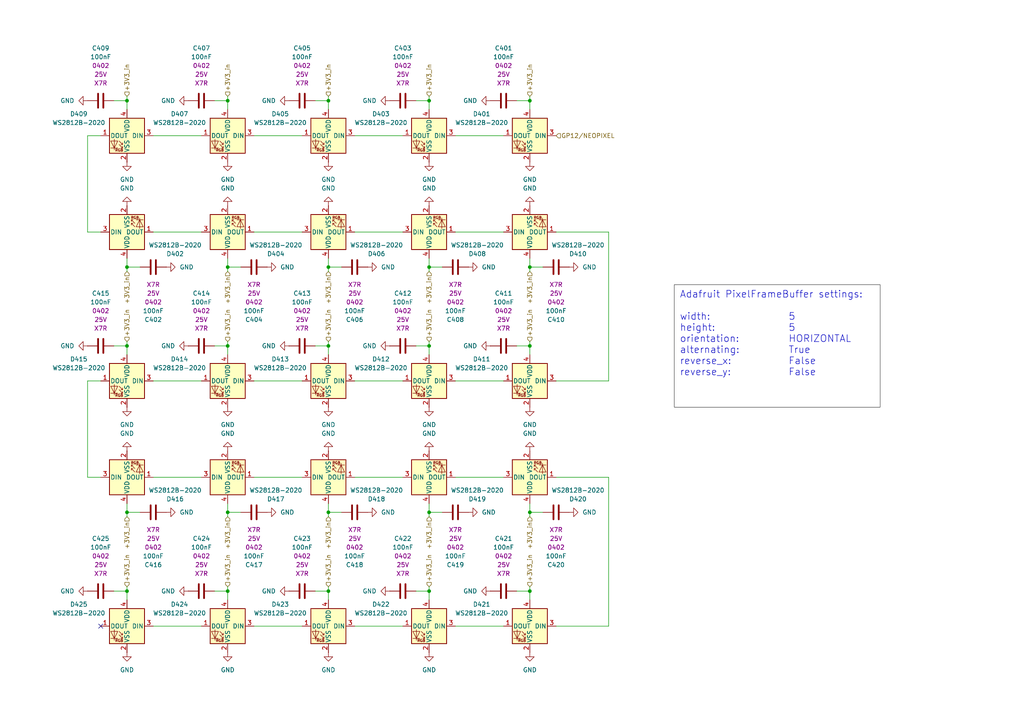
<source format=kicad_sch>
(kicad_sch (version 20231120) (generator "eeschema") (generator_version "8.0")
  (paper "A4")
  (lib_symbols
    (symbol "kidslab:C-100nF-0402-25V" (pin_numbers hide) (pin_names (offset 0.254))
      (property "Reference" "C?" (at 3.175 2.54 0))
      (property "Value" "100nF" (at 3.175 -1.27 0))
      (property "Footprint v" "0402" (at 5.715 -3.175 0))
      (property "Voltage Rating" "25V" (at 5.08 0.635 0))
      (property "Temperature Profile" "X7R" (at 9.525 0.635 0))
      (symbol "C-100nF-0402-25V_0_1"
        (polyline (pts (xy -2.032 -0.762) (xy 2.032 -0.762)) (stroke (width 0.508)))
        (polyline (pts (xy -2.032 0.762) (xy 2.032 0.762)) (stroke (width 0.508)))
      )
      (symbol "C-100nF-0402-25V_1_1"
        (pin passive line (at 0 3.81 270) (length 2.794) (name "~") (number "1"))
        (pin passive line (at 0 -3.81 90) (length 2.794) (name "~") (number "2"))
      )
    )
    (symbol "kidslab:WS2812B-2020" (pin_names (offset 0.254))
      (property "Reference" "D" (at 5.08 5.715 0))
      (property "Value" "WS2812B-2020" (at 1.27 -5.715 0))
      (symbol "WS2812B-2020_0_0"
        (text "RGB" (at 2.286 -4.191 0) (effects (font (size 0.762 0.762))))
      )
      (symbol "WS2812B-2020_0_1"
        (polyline (pts (xy 1.27 -3.556) (xy 1.778 -3.556)))
        (polyline (pts (xy 1.27 -2.54) (xy 1.778 -2.54)))
        (polyline (pts (xy 4.699 -3.556) (xy 2.667 -3.556)))
        (polyline (pts (xy 2.286 -2.54) (xy 1.27 -3.556) (xy 1.27 -3.048)))
        (polyline (pts (xy 2.286 -1.524) (xy 1.27 -2.54) (xy 1.27 -2.032)))
        (polyline (pts (xy 3.683 -1.016) (xy 3.683 -3.556) (xy 3.683 -4.064)))
        (polyline (pts (xy 4.699 -1.524) (xy 2.667 -1.524) (xy 3.683 -3.556) (xy 4.699 -1.524)))
        (rectangle (start 5.08 5.08) (end -5.08 -5.08) (stroke (width 0.254)) (fill (type background)))
      )
      (symbol "WS2812B-2020_1_1"
        (pin output line (at 7.62 0 180) (length 2.54) (name "DOUT") (number "1"))
        (pin power_in line (at 0 -7.62 90) (length 2.54) (name "VSS") (number "2"))
        (pin input line (at -7.62 0 0) (length 2.54) (name "DIN") (number "3"))
        (pin power_in line (at 0 7.62 270) (length 2.54) (name "VDD") (number "4"))
      )
    )
    (symbol "power:GND" (power) (pin_numbers hide) (pin_names (offset 0) hide)
      (property "Value" "GND" (at 0 -3.81 0))
      (symbol "GND_0_1"
        (polyline (pts (xy 0 0) (xy 0 -1.27) (xy 1.27 -1.27) (xy 0 -2.54) (xy -1.27 -1.27) (xy 0 -1.27)))
      )
      (symbol "GND_1_1"
        (pin power_in line (at 0 0 270) (length 0) (name "~") (number "1"))
      )
    )
  )
  (junction (at 66.04 29.21))
  (junction (at 153.67 100.33))
  (junction (at 66.04 171.45))
  (junction (at 95.25 148.59))
  (junction (at 124.46 100.33))
  (junction (at 153.67 29.21))
  (junction (at 66.04 100.33))
  (junction (at 124.46 148.59))
  (junction (at 153.67 77.47))
  (junction (at 36.83 148.59))
  (junction (at 124.46 171.45))
  (junction (at 36.83 100.33))
  (junction (at 66.04 77.47))
  (junction (at 95.25 77.47))
  (junction (at 124.46 77.47))
  (junction (at 95.25 171.45))
  (junction (at 95.25 29.21))
  (junction (at 36.83 29.21))
  (junction (at 153.67 171.45))
  (junction (at 95.25 100.33))
  (junction (at 124.46 29.21))
  (junction (at 153.67 148.59))
  (junction (at 66.04 148.59))
  (junction (at 36.83 171.45))
  (junction (at 36.83 77.47))
  (no_connect (at 29.21 181.61))
  (wire (pts (xy 36.83 100.33) (xy 36.83 102.87)))
  (wire (pts (xy 36.83 29.21) (xy 33.02 29.21)))
  (wire (pts (xy 66.04 77.47) (xy 69.85 77.47)))
  (wire (pts (xy 25.4 110.49) (xy 25.4 138.43)))
  (wire (pts (xy 153.67 27.94) (xy 153.67 29.21)))
  (wire (pts (xy 36.83 77.47) (xy 36.83 74.93)))
  (wire (pts (xy 116.84 110.49) (xy 102.87 110.49)))
  (wire (pts (xy 95.25 170.18) (xy 95.25 171.45)))
  (wire (pts (xy 95.25 77.47) (xy 95.25 74.93)))
  (wire (pts (xy 153.67 99.06) (xy 153.67 100.33)))
  (wire (pts (xy 153.67 77.47) (xy 153.67 74.93)))
  (wire (pts (xy 116.84 181.61) (xy 102.87 181.61)))
  (wire (pts (xy 66.04 99.06) (xy 66.04 100.33)))
  (wire (pts (xy 124.46 170.18) (xy 124.46 171.45)))
  (wire (pts (xy 36.83 148.59) (xy 40.64 148.59)))
  (wire (pts (xy 58.42 110.49) (xy 44.45 110.49)))
  (wire (pts (xy 124.46 99.06) (xy 124.46 100.33)))
  (wire (pts (xy 25.4 67.31) (xy 29.21 67.31)))
  (wire (pts (xy 153.67 148.59) (xy 153.67 146.05)))
  (wire (pts (xy 153.67 171.45) (xy 149.86 171.45)))
  (wire (pts (xy 36.83 148.59) (xy 36.83 146.05)))
  (wire (pts (xy 36.83 171.45) (xy 33.02 171.45)))
  (wire (pts (xy 95.25 148.59) (xy 95.25 146.05)))
  (wire (pts (xy 29.21 39.37) (xy 25.4 39.37)))
  (wire (pts (xy 66.04 78.74) (xy 66.04 77.47)))
  (wire (pts (xy 36.83 27.94) (xy 36.83 29.21)))
  (wire (pts (xy 124.46 78.74) (xy 124.46 77.47)))
  (wire (pts (xy 124.46 148.59) (xy 128.27 148.59)))
  (wire (pts (xy 124.46 171.45) (xy 120.65 171.45)))
  (wire (pts (xy 95.25 171.45) (xy 95.25 173.99)))
  (wire (pts (xy 124.46 149.86) (xy 124.46 148.59)))
  (wire (pts (xy 36.83 170.18) (xy 36.83 171.45)))
  (wire (pts (xy 66.04 29.21) (xy 66.04 31.75)))
  (wire (pts (xy 29.21 110.49) (xy 25.4 110.49)))
  (wire (pts (xy 95.25 100.33) (xy 95.25 102.87)))
  (wire (pts (xy 146.05 110.49) (xy 132.08 110.49)))
  (wire (pts (xy 66.04 27.94) (xy 66.04 29.21)))
  (wire (pts (xy 66.04 171.45) (xy 66.04 173.99)))
  (wire (pts (xy 146.05 181.61) (xy 132.08 181.61)))
  (wire (pts (xy 36.83 171.45) (xy 36.83 173.99)))
  (wire (pts (xy 44.45 67.31) (xy 58.42 67.31)))
  (wire (pts (xy 95.25 148.59) (xy 99.06 148.59)))
  (wire (pts (xy 25.4 138.43) (xy 29.21 138.43)))
  (wire (pts (xy 116.84 39.37) (xy 102.87 39.37)))
  (wire (pts (xy 44.45 138.43) (xy 58.42 138.43)))
  (wire (pts (xy 95.25 29.21) (xy 95.25 31.75)))
  (wire (pts (xy 132.08 138.43) (xy 146.05 138.43)))
  (wire (pts (xy 176.53 110.49) (xy 161.29 110.49)))
  (wire (pts (xy 153.67 149.86) (xy 153.67 148.59)))
  (wire (pts (xy 161.29 67.31) (xy 176.53 67.31)))
  (wire (pts (xy 66.04 148.59) (xy 66.04 146.05)))
  (wire (pts (xy 153.67 100.33) (xy 149.86 100.33)))
  (wire (pts (xy 124.46 171.45) (xy 124.46 173.99)))
  (wire (pts (xy 73.66 67.31) (xy 87.63 67.31)))
  (wire (pts (xy 73.66 138.43) (xy 87.63 138.43)))
  (wire (pts (xy 36.83 78.74) (xy 36.83 77.47)))
  (wire (pts (xy 153.67 100.33) (xy 153.67 102.87)))
  (wire (pts (xy 132.08 67.31) (xy 146.05 67.31)))
  (wire (pts (xy 66.04 100.33) (xy 66.04 102.87)))
  (wire (pts (xy 161.29 138.43) (xy 176.53 138.43)))
  (wire (pts (xy 66.04 149.86) (xy 66.04 148.59)))
  (wire (pts (xy 124.46 27.94) (xy 124.46 29.21)))
  (wire (pts (xy 176.53 181.61) (xy 161.29 181.61)))
  (wire (pts (xy 66.04 171.45) (xy 62.23 171.45)))
  (wire (pts (xy 102.87 67.31) (xy 116.84 67.31)))
  (wire (pts (xy 95.25 171.45) (xy 91.44 171.45)))
  (wire (pts (xy 124.46 148.59) (xy 124.46 146.05)))
  (wire (pts (xy 66.04 148.59) (xy 69.85 148.59)))
  (wire (pts (xy 36.83 100.33) (xy 33.02 100.33)))
  (wire (pts (xy 95.25 99.06) (xy 95.25 100.33)))
  (wire (pts (xy 66.04 29.21) (xy 62.23 29.21)))
  (wire (pts (xy 66.04 170.18) (xy 66.04 171.45)))
  (wire (pts (xy 153.67 77.47) (xy 157.48 77.47)))
  (wire (pts (xy 102.87 138.43) (xy 116.84 138.43)))
  (wire (pts (xy 176.53 138.43) (xy 176.53 181.61)))
  (wire (pts (xy 153.67 78.74) (xy 153.67 77.47)))
  (wire (pts (xy 25.4 39.37) (xy 25.4 67.31)))
  (wire (pts (xy 124.46 100.33) (xy 124.46 102.87)))
  (wire (pts (xy 36.83 29.21) (xy 36.83 31.75)))
  (wire (pts (xy 124.46 77.47) (xy 124.46 74.93)))
  (wire (pts (xy 95.25 78.74) (xy 95.25 77.47)))
  (wire (pts (xy 153.67 148.59) (xy 157.48 148.59)))
  (wire (pts (xy 87.63 39.37) (xy 73.66 39.37)))
  (wire (pts (xy 153.67 29.21) (xy 149.86 29.21)))
  (wire (pts (xy 95.25 100.33) (xy 91.44 100.33)))
  (wire (pts (xy 66.04 77.47) (xy 66.04 74.93)))
  (wire (pts (xy 124.46 77.47) (xy 128.27 77.47)))
  (wire (pts (xy 95.25 27.94) (xy 95.25 29.21)))
  (wire (pts (xy 87.63 110.49) (xy 73.66 110.49)))
  (wire (pts (xy 95.25 149.86) (xy 95.25 148.59)))
  (wire (pts (xy 153.67 29.21) (xy 153.67 31.75)))
  (wire (pts (xy 153.67 170.18) (xy 153.67 171.45)))
  (wire (pts (xy 36.83 99.06) (xy 36.83 100.33)))
  (wire (pts (xy 66.04 100.33) (xy 62.23 100.33)))
  (wire (pts (xy 176.53 67.31) (xy 176.53 110.49)))
  (wire (pts (xy 95.25 29.21) (xy 91.44 29.21)))
  (wire (pts (xy 58.42 181.61) (xy 44.45 181.61)))
  (wire (pts (xy 87.63 181.61) (xy 73.66 181.61)))
  (wire (pts (xy 58.42 39.37) (xy 44.45 39.37)))
  (wire (pts (xy 124.46 29.21) (xy 124.46 31.75)))
  (wire (pts (xy 124.46 29.21) (xy 120.65 29.21)))
  (wire (pts (xy 95.25 77.47) (xy 99.06 77.47)))
  (wire (pts (xy 36.83 149.86) (xy 36.83 148.59)))
  (wire (pts (xy 146.05 39.37) (xy 132.08 39.37)))
  (wire (pts (xy 153.67 171.45) (xy 153.67 173.99)))
  (wire (pts (xy 124.46 100.33) (xy 120.65 100.33)))
  (wire (pts (xy 36.83 77.47) (xy 40.64 77.47)))
  (text_box "Adafruit PixelFrameBuffer settings:\n\nwidth: 			5\nheight: 		5\norientation: 	HORIZONTAL\nalternating: 	True\nreverse_x: 		False\nreverse_y: 		False\n" (at 195.58 82.55 0) (size 59.69 35.56) (stroke (width 0.1) (color 0 0 0 1)) (effects (font (size 2 2)) (justify left top)))
  (hierarchical_label "+3V3_in" (shape input) (at 124.46 27.94 90))
  (hierarchical_label "+3V3_in" (shape input) (at 95.25 78.74 270))
  (hierarchical_label "+3V3_in" (shape input) (at 36.83 170.18 90))
  (hierarchical_label "+3V3_in" (shape input) (at 36.83 149.86 270))
  (hierarchical_label "+3V3_in" (shape input) (at 153.67 170.18 90))
  (hierarchical_label "+3V3_in" (shape input) (at 153.67 27.94 90))
  (hierarchical_label "+3V3_in" (shape input) (at 95.25 170.18 90))
  (hierarchical_label "+3V3_in" (shape input) (at 95.25 149.86 270))
  (hierarchical_label "GP12{slash}NEOPIXEL" (shape input) (at 161.29 39.37 0))
  (hierarchical_label "+3V3_in" (shape input) (at 36.83 78.74 270))
  (hierarchical_label "+3V3_in" (shape input) (at 66.04 99.06 90))
  (hierarchical_label "+3V3_in" (shape input) (at 36.83 27.94 90))
  (hierarchical_label "+3V3_in" (shape input) (at 124.46 99.06 90))
  (hierarchical_label "+3V3_in" (shape input) (at 153.67 99.06 90))
  (hierarchical_label "+3V3_in" (shape input) (at 124.46 78.74 270))
  (hierarchical_label "+3V3_in" (shape input) (at 124.46 149.86 270))
  (hierarchical_label "+3V3_in" (shape input) (at 36.83 99.06 90))
  (hierarchical_label "+3V3_in" (shape input) (at 95.25 27.94 90))
  (hierarchical_label "+3V3_in" (shape input) (at 66.04 149.86 270))
  (hierarchical_label "+3V3_in" (shape input) (at 124.46 170.18 90))
  (hierarchical_label "+3V3_in" (shape input) (at 66.04 27.94 90))
  (hierarchical_label "+3V3_in" (shape input) (at 153.67 78.74 270))
  (hierarchical_label "+3V3_in" (shape input) (at 153.67 149.86 270))
  (hierarchical_label "+3V3_in" (shape input) (at 95.25 99.06 90))
  (hierarchical_label "+3V3_in" (shape input) (at 66.04 78.74 270))
  (hierarchical_label "+3V3_in" (shape input) (at 66.04 170.18 90))
  (symbol (lib_id "power:GND") (at 124.46 189.23 0) (mirror y) (unit 1)
    (property "Reference" "#PWR0443" (effects (hide yes)))
    (property "Value" "GND" (at 124.46 194.31 0))
    (property "Description" "Power symbol creates a global label with name \"GND\" , ground" (effects (hide yes)))
  )
  (symbol (lib_id "power:GND") (at 142.24 171.45 270) (mirror x) (unit 1)
    (property "Reference" "#PWR0442" (effects (hide yes)))
    (property "Value" "GND" (at 138.43 171.4499 90) (effects (justify right)))
    (property "Description" "Power symbol creates a global label with name \"GND\" , ground" (effects (hide yes)))
  )
  (symbol (lib_id "kidslab:C-100nF-0402-25V") (at 132.08 77.47 90) (mirror x) (unit 1)
    (property "Reference" "C408" (at 132.08 92.71 90))
    (property "Value" "100nF" (at 132.08 90.17 90))
    (property "Footprint" "Capacitor_SMD:C_0402_1005Metric" (effects (hide yes)))
    (property "Description" "Unpolarized capacitor" (effects (hide yes)))
    (property "Footprint v" "0402" (at 132.08 87.63 90))
    (property "Voltage Rating" "25V" (at 132.08 85.09 90))
    (property "Temperature Profile" "X7R" (at 132.08 82.55 90))
    (property "LCSC Part #" "C56392" (effects (hide yes)))
  )
  (symbol (lib_id "power:GND") (at 95.25 118.11 0) (mirror y) (unit 1)
    (property "Reference" "#PWR0425" (effects (hide yes)))
    (property "Value" "GND" (at 95.25 123.19 0))
    (property "Description" "Power symbol creates a global label with name \"GND\" , ground" (effects (hide yes)))
  )
  (symbol (lib_id "power:GND") (at 113.03 29.21 270) (mirror x) (unit 1)
    (property "Reference" "#PWR0407" (effects (hide yes)))
    (property "Value" "GND" (at 109.22 29.2099 90) (effects (justify right)))
    (property "Description" "Power symbol creates a global label with name \"GND\" , ground" (effects (hide yes)))
  )
  (symbol (lib_id "kidslab:C-100nF-0402-25V") (at 73.66 148.59 90) (mirror x) (unit 1)
    (property "Reference" "C417" (at 73.66 163.83 90))
    (property "Value" "100nF" (at 73.66 161.29 90))
    (property "Footprint" "Capacitor_SMD:C_0402_1005Metric" (effects (hide yes)))
    (property "Description" "Unpolarized capacitor" (effects (hide yes)))
    (property "Footprint v" "0402" (at 73.66 158.75 90))
    (property "Voltage Rating" "25V" (at 73.66 156.21 90))
    (property "Temperature Profile" "X7R" (at 73.66 153.67 90))
    (property "LCSC Part #" "C56392" (effects (hide yes)))
  )
  (symbol (lib_id "kidslab:C-100nF-0402-25V") (at 116.84 29.21 270) (mirror x) (unit 1)
    (property "Reference" "C403" (at 116.84 13.97 90))
    (property "Value" "100nF" (at 116.84 16.51 90))
    (property "Footprint" "Capacitor_SMD:C_0402_1005Metric" (effects (hide yes)))
    (property "Description" "Unpolarized capacitor" (effects (hide yes)))
    (property "Footprint v" "0402" (at 116.84 19.05 90))
    (property "Voltage Rating" "25V" (at 116.84 21.59 90))
    (property "Temperature Profile" "X7R" (at 116.84 24.13 90))
    (property "LCSC Part #" "C56392" (effects (hide yes)))
  )
  (symbol (lib_id "kidslab:WS2812B-2020") (at 95.25 67.31 0) (mirror x) (unit 1)
    (property "Reference" "D406" (at 109.22 73.6286 0))
    (property "Value" "WS2812B-2020" (at 109.22 71.0886 0))
    (property "Footprint" "kidslab:LED_WS2812B-2020_PLCC4_2.0x2.0mm" (effects (hide yes)))
    (property "Datasheet" "https://cdn-shop.adafruit.com/product-files/4684/4684_WS2812B-2020_V1.3_EN.pdf" (effects (hide yes)))
    (property "Description" "RGB LED with integrated controller, 2.0 x 2.0 mm, 12 mA" (effects (hide yes)))
    (property "LCSC Part #" "C965555" (effects (hide yes)))
  )
  (symbol (lib_id "power:GND") (at 124.46 118.11 0) (mirror y) (unit 1)
    (property "Reference" "#PWR0423" (effects (hide yes)))
    (property "Value" "GND" (at 124.46 123.19 0))
    (property "Description" "Power symbol creates a global label with name \"GND\" , ground" (effects (hide yes)))
  )
  (symbol (lib_id "power:GND") (at 83.82 29.21 270) (mirror x) (unit 1)
    (property "Reference" "#PWR0411" (effects (hide yes)))
    (property "Value" "GND" (at 80.01 29.2099 90) (effects (justify right)))
    (property "Description" "Power symbol creates a global label with name \"GND\" , ground" (effects (hide yes)))
  )
  (symbol (lib_id "power:GND") (at 36.83 59.69 0) (mirror x) (unit 1)
    (property "Reference" "#PWR0402" (effects (hide yes)))
    (property "Value" "GND" (at 36.83 54.61 0))
    (property "Description" "Power symbol creates a global label with name \"GND\" , ground" (effects (hide yes)))
  )
  (symbol (lib_id "power:GND") (at 124.46 130.81 0) (mirror x) (unit 1)
    (property "Reference" "#PWR0437" (effects (hide yes)))
    (property "Value" "GND" (at 124.46 125.73 0))
    (property "Description" "Power symbol creates a global label with name \"GND\" , ground" (effects (hide yes)))
  )
  (symbol (lib_id "kidslab:C-100nF-0402-25V") (at 132.08 148.59 90) (mirror x) (unit 1)
    (property "Reference" "C419" (at 132.08 163.83 90))
    (property "Value" "100nF" (at 132.08 161.29 90))
    (property "Footprint" "Capacitor_SMD:C_0402_1005Metric" (effects (hide yes)))
    (property "Description" "Unpolarized capacitor" (effects (hide yes)))
    (property "Footprint v" "0402" (at 132.08 158.75 90))
    (property "Voltage Rating" "25V" (at 132.08 156.21 90))
    (property "Temperature Profile" "X7R" (at 132.08 153.67 90))
    (property "LCSC Part #" "C56392" (effects (hide yes)))
  )
  (symbol (lib_id "power:GND") (at 48.26 148.59 90) (mirror x) (unit 1)
    (property "Reference" "#PWR0432" (effects (hide yes)))
    (property "Value" "GND" (at 52.07 148.5901 90) (effects (justify right)))
    (property "Description" "Power symbol creates a global label with name \"GND\" , ground" (effects (hide yes)))
  )
  (symbol (lib_id "power:GND") (at 54.61 29.21 270) (mirror x) (unit 1)
    (property "Reference" "#PWR0415" (effects (hide yes)))
    (property "Value" "GND" (at 50.8 29.2099 90) (effects (justify right)))
    (property "Description" "Power symbol creates a global label with name \"GND\" , ground" (effects (hide yes)))
  )
  (symbol (lib_id "kidslab:WS2812B-2020") (at 36.83 39.37 0) (mirror y) (unit 1)
    (property "Reference" "D409" (at 22.86 33.0514 0))
    (property "Value" "WS2812B-2020" (at 22.86 35.5914 0))
    (property "Footprint" "kidslab:LED_WS2812B-2020_PLCC4_2.0x2.0mm" (effects (hide yes)))
    (property "Datasheet" "https://cdn-shop.adafruit.com/product-files/4684/4684_WS2812B-2020_V1.3_EN.pdf" (effects (hide yes)))
    (property "Description" "RGB LED with integrated controller, 2.0 x 2.0 mm, 12 mA" (effects (hide yes)))
    (property "LCSC Part #" "C965555" (effects (hide yes)))
  )
  (symbol (lib_id "kidslab:C-100nF-0402-25V") (at 116.84 100.33 270) (mirror x) (unit 1)
    (property "Reference" "C412" (at 116.84 85.09 90))
    (property "Value" "100nF" (at 116.84 87.63 90))
    (property "Footprint" "Capacitor_SMD:C_0402_1005Metric" (effects (hide yes)))
    (property "Description" "Unpolarized capacitor" (effects (hide yes)))
    (property "Footprint v" "0402" (at 116.84 90.17 90))
    (property "Voltage Rating" "25V" (at 116.84 92.71 90))
    (property "Temperature Profile" "X7R" (at 116.84 95.25 90))
    (property "LCSC Part #" "C56392" (effects (hide yes)))
  )
  (symbol (lib_id "power:GND") (at 25.4 100.33 270) (mirror x) (unit 1)
    (property "Reference" "#PWR0430" (effects (hide yes)))
    (property "Value" "GND" (at 21.59 100.3299 90) (effects (justify right)))
    (property "Description" "Power symbol creates a global label with name \"GND\" , ground" (effects (hide yes)))
  )
  (symbol (lib_id "power:GND") (at 66.04 59.69 0) (mirror x) (unit 1)
    (property "Reference" "#PWR0406" (effects (hide yes)))
    (property "Value" "GND" (at 66.04 54.61 0))
    (property "Description" "Power symbol creates a global label with name \"GND\" , ground" (effects (hide yes)))
  )
  (symbol (lib_id "kidslab:WS2812B-2020") (at 153.67 110.49 0) (mirror y) (unit 1)
    (property "Reference" "D411" (at 139.7 104.1714 0))
    (property "Value" "WS2812B-2020" (at 139.7 106.7114 0))
    (property "Footprint" "kidslab:LED_WS2812B-2020_PLCC4_2.0x2.0mm" (effects (hide yes)))
    (property "Datasheet" "https://cdn-shop.adafruit.com/product-files/4684/4684_WS2812B-2020_V1.3_EN.pdf" (effects (hide yes)))
    (property "Description" "RGB LED with integrated controller, 2.0 x 2.0 mm, 12 mA" (effects (hide yes)))
    (property "LCSC Part #" "C965555" (effects (hide yes)))
  )
  (symbol (lib_id "power:GND") (at 36.83 130.81 0) (mirror x) (unit 1)
    (property "Reference" "#PWR0431" (effects (hide yes)))
    (property "Value" "GND" (at 36.83 125.73 0))
    (property "Description" "Power symbol creates a global label with name \"GND\" , ground" (effects (hide yes)))
  )
  (symbol (lib_id "kidslab:C-100nF-0402-25V") (at 116.84 171.45 270) (mirror x) (unit 1)
    (property "Reference" "C422" (at 116.84 156.21 90))
    (property "Value" "100nF" (at 116.84 158.75 90))
    (property "Footprint" "Capacitor_SMD:C_0402_1005Metric" (effects (hide yes)))
    (property "Description" "Unpolarized capacitor" (effects (hide yes)))
    (property "Footprint v" "0402" (at 116.84 161.29 90))
    (property "Voltage Rating" "25V" (at 116.84 163.83 90))
    (property "Temperature Profile" "X7R" (at 116.84 166.37 90))
    (property "LCSC Part #" "C56392" (effects (hide yes)))
  )
  (symbol (lib_id "kidslab:C-100nF-0402-25V") (at 29.21 29.21 270) (mirror x) (unit 1)
    (property "Reference" "C409" (at 29.21 13.97 90))
    (property "Value" "100nF" (at 29.21 16.51 90))
    (property "Footprint" "Capacitor_SMD:C_0402_1005Metric" (effects (hide yes)))
    (property "Description" "Unpolarized capacitor" (effects (hide yes)))
    (property "Footprint v" "0402" (at 29.21 19.05 90))
    (property "Voltage Rating" "25V" (at 29.21 21.59 90))
    (property "Temperature Profile" "X7R" (at 29.21 24.13 90))
    (property "LCSC Part #" "C56392" (effects (hide yes)))
  )
  (symbol (lib_id "power:GND") (at 165.1 148.59 90) (mirror x) (unit 1)
    (property "Reference" "#PWR0440" (effects (hide yes)))
    (property "Value" "GND" (at 168.91 148.5901 90) (effects (justify right)))
    (property "Description" "Power symbol creates a global label with name \"GND\" , ground" (effects (hide yes)))
  )
  (symbol (lib_id "kidslab:WS2812B-2020") (at 124.46 110.49 0) (mirror y) (unit 1)
    (property "Reference" "D412" (at 110.49 104.1714 0))
    (property "Value" "WS2812B-2020" (at 110.49 106.7114 0))
    (property "Footprint" "kidslab:LED_WS2812B-2020_PLCC4_2.0x2.0mm" (effects (hide yes)))
    (property "Datasheet" "https://cdn-shop.adafruit.com/product-files/4684/4684_WS2812B-2020_V1.3_EN.pdf" (effects (hide yes)))
    (property "Description" "RGB LED with integrated controller, 2.0 x 2.0 mm, 12 mA" (effects (hide yes)))
    (property "LCSC Part #" "C965555" (effects (hide yes)))
  )
  (symbol (lib_id "power:GND") (at 95.25 189.23 0) (mirror y) (unit 1)
    (property "Reference" "#PWR0445" (effects (hide yes)))
    (property "Value" "GND" (at 95.25 194.31 0))
    (property "Description" "Power symbol creates a global label with name \"GND\" , ground" (effects (hide yes)))
  )
  (symbol (lib_id "kidslab:C-100nF-0402-25V") (at 58.42 100.33 270) (mirror x) (unit 1)
    (property "Reference" "C414" (at 58.42 85.09 90))
    (property "Value" "100nF" (at 58.42 87.63 90))
    (property "Footprint" "Capacitor_SMD:C_0402_1005Metric" (effects (hide yes)))
    (property "Description" "Unpolarized capacitor" (effects (hide yes)))
    (property "Footprint v" "0402" (at 58.42 90.17 90))
    (property "Voltage Rating" "25V" (at 58.42 92.71 90))
    (property "Temperature Profile" "X7R" (at 58.42 95.25 90))
    (property "LCSC Part #" "C56392" (effects (hide yes)))
  )
  (symbol (lib_id "kidslab:C-100nF-0402-25V") (at 161.29 77.47 90) (mirror x) (unit 1)
    (property "Reference" "C410" (at 161.29 92.71 90))
    (property "Value" "100nF" (at 161.29 90.17 90))
    (property "Footprint" "Capacitor_SMD:C_0402_1005Metric" (effects (hide yes)))
    (property "Description" "Unpolarized capacitor" (effects (hide yes)))
    (property "Footprint v" "0402" (at 161.29 87.63 90))
    (property "Voltage Rating" "25V" (at 161.29 85.09 90))
    (property "Temperature Profile" "X7R" (at 161.29 82.55 90))
    (property "LCSC Part #" "C56392" (effects (hide yes)))
  )
  (symbol (lib_id "power:GND") (at 153.67 189.23 0) (mirror y) (unit 1)
    (property "Reference" "#PWR0441" (effects (hide yes)))
    (property "Value" "GND" (at 153.67 194.31 0))
    (property "Description" "Power symbol creates a global label with name \"GND\" , ground" (effects (hide yes)))
  )
  (symbol (lib_id "kidslab:WS2812B-2020") (at 36.83 110.49 0) (mirror y) (unit 1)
    (property "Reference" "D415" (at 22.86 104.1714 0))
    (property "Value" "WS2812B-2020" (at 22.86 106.7114 0))
    (property "Footprint" "kidslab:LED_WS2812B-2020_PLCC4_2.0x2.0mm" (effects (hide yes)))
    (property "Datasheet" "https://cdn-shop.adafruit.com/product-files/4684/4684_WS2812B-2020_V1.3_EN.pdf" (effects (hide yes)))
    (property "Description" "RGB LED with integrated controller, 2.0 x 2.0 mm, 12 mA" (effects (hide yes)))
    (property "LCSC Part #" "C965555" (effects (hide yes)))
  )
  (symbol (lib_id "power:GND") (at 83.82 171.45 270) (mirror x) (unit 1)
    (property "Reference" "#PWR0446" (effects (hide yes)))
    (property "Value" "GND" (at 80.01 171.4499 90) (effects (justify right)))
    (property "Description" "Power symbol creates a global label with name \"GND\" , ground" (effects (hide yes)))
  )
  (symbol (lib_id "power:GND") (at 142.24 100.33 270) (mirror x) (unit 1)
    (property "Reference" "#PWR0422" (effects (hide yes)))
    (property "Value" "GND" (at 138.43 100.3299 90) (effects (justify right)))
    (property "Description" "Power symbol creates a global label with name \"GND\" , ground" (effects (hide yes)))
  )
  (symbol (lib_id "power:GND") (at 135.89 148.59 90) (mirror x) (unit 1)
    (property "Reference" "#PWR0438" (effects (hide yes)))
    (property "Value" "GND" (at 139.7 148.5901 90) (effects (justify right)))
    (property "Description" "Power symbol creates a global label with name \"GND\" , ground" (effects (hide yes)))
  )
  (symbol (lib_id "kidslab:C-100nF-0402-25V") (at 44.45 77.47 90) (mirror x) (unit 1)
    (property "Reference" "C402" (at 44.45 92.71 90))
    (property "Value" "100nF" (at 44.45 90.17 90))
    (property "Footprint" "Capacitor_SMD:C_0402_1005Metric" (effects (hide yes)))
    (property "Description" "Unpolarized capacitor" (effects (hide yes)))
    (property "Footprint v" "0402" (at 44.45 87.63 90))
    (property "Voltage Rating" "25V" (at 44.45 85.09 90))
    (property "Temperature Profile" "X7R" (at 44.45 82.55 90))
    (property "LCSC Part #" "C56392" (effects (hide yes)))
  )
  (symbol (lib_id "power:GND") (at 83.82 100.33 270) (mirror x) (unit 1)
    (property "Reference" "#PWR0426" (effects (hide yes)))
    (property "Value" "GND" (at 80.01 100.3299 90) (effects (justify right)))
    (property "Description" "Power symbol creates a global label with name \"GND\" , ground" (effects (hide yes)))
  )
  (symbol (lib_id "kidslab:WS2812B-2020") (at 124.46 138.43 0) (mirror x) (unit 1)
    (property "Reference" "D419" (at 138.43 144.7486 0))
    (property "Value" "WS2812B-2020" (at 138.43 142.2086 0))
    (property "Footprint" "kidslab:LED_WS2812B-2020_PLCC4_2.0x2.0mm" (effects (hide yes)))
    (property "Datasheet" "https://cdn-shop.adafruit.com/product-files/4684/4684_WS2812B-2020_V1.3_EN.pdf" (effects (hide yes)))
    (property "Description" "RGB LED with integrated controller, 2.0 x 2.0 mm, 12 mA" (effects (hide yes)))
    (property "LCSC Part #" "C965555" (effects (hide yes)))
  )
  (symbol (lib_id "kidslab:WS2812B-2020") (at 66.04 110.49 0) (mirror y) (unit 1)
    (property "Reference" "D414" (at 52.07 104.1714 0))
    (property "Value" "WS2812B-2020" (at 52.07 106.7114 0))
    (property "Footprint" "kidslab:LED_WS2812B-2020_PLCC4_2.0x2.0mm" (effects (hide yes)))
    (property "Datasheet" "https://cdn-shop.adafruit.com/product-files/4684/4684_WS2812B-2020_V1.3_EN.pdf" (effects (hide yes)))
    (property "Description" "RGB LED with integrated controller, 2.0 x 2.0 mm, 12 mA" (effects (hide yes)))
    (property "LCSC Part #" "C965555" (effects (hide yes)))
  )
  (symbol (lib_id "kidslab:WS2812B-2020") (at 153.67 39.37 0) (mirror y) (unit 1)
    (property "Reference" "D401" (at 139.7 33.0514 0))
    (property "Value" "WS2812B-2020" (at 139.7 35.5914 0))
    (property "Footprint" "kidslab:LED_WS2812B-2020_PLCC4_2.0x2.0mm" (effects (hide yes)))
    (property "Datasheet" "https://cdn-shop.adafruit.com/product-files/4684/4684_WS2812B-2020_V1.3_EN.pdf" (effects (hide yes)))
    (property "Description" "RGB LED with integrated controller, 2.0 x 2.0 mm, 12 mA" (effects (hide yes)))
    (property "LCSC Part #" "C965555" (effects (hide yes)))
  )
  (symbol (lib_id "kidslab:C-100nF-0402-25V") (at 29.21 171.45 270) (mirror x) (unit 1)
    (property "Reference" "C425" (at 29.21 156.21 90))
    (property "Value" "100nF" (at 29.21 158.75 90))
    (property "Footprint" "Capacitor_SMD:C_0402_1005Metric" (effects (hide yes)))
    (property "Description" "Unpolarized capacitor" (effects (hide yes)))
    (property "Footprint v" "0402" (at 29.21 161.29 90))
    (property "Voltage Rating" "25V" (at 29.21 163.83 90))
    (property "Temperature Profile" "X7R" (at 29.21 166.37 90))
    (property "LCSC Part #" "C56392" (effects (hide yes)))
  )
  (symbol (lib_id "power:GND") (at 153.67 118.11 0) (mirror y) (unit 1)
    (property "Reference" "#PWR0421" (effects (hide yes)))
    (property "Value" "GND" (at 153.67 123.19 0))
    (property "Description" "Power symbol creates a global label with name \"GND\" , ground" (effects (hide yes)))
  )
  (symbol (lib_id "kidslab:C-100nF-0402-25V") (at 146.05 171.45 270) (mirror x) (unit 1)
    (property "Reference" "C421" (at 146.05 156.21 90))
    (property "Value" "100nF" (at 146.05 158.75 90))
    (property "Footprint" "Capacitor_SMD:C_0402_1005Metric" (effects (hide yes)))
    (property "Description" "Unpolarized capacitor" (effects (hide yes)))
    (property "Footprint v" "0402" (at 146.05 161.29 90))
    (property "Voltage Rating" "25V" (at 146.05 163.83 90))
    (property "Temperature Profile" "X7R" (at 146.05 166.37 90))
    (property "LCSC Part #" "C56392" (effects (hide yes)))
  )
  (symbol (lib_id "power:GND") (at 54.61 100.33 270) (mirror x) (unit 1)
    (property "Reference" "#PWR0428" (effects (hide yes)))
    (property "Value" "GND" (at 50.8 100.3299 90) (effects (justify right)))
    (property "Description" "Power symbol creates a global label with name \"GND\" , ground" (effects (hide yes)))
  )
  (symbol (lib_id "kidslab:C-100nF-0402-25V") (at 102.87 77.47 90) (mirror x) (unit 1)
    (property "Reference" "C406" (at 102.87 92.71 90))
    (property "Value" "100nF" (at 102.87 90.17 90))
    (property "Footprint" "Capacitor_SMD:C_0402_1005Metric" (effects (hide yes)))
    (property "Description" "Unpolarized capacitor" (effects (hide yes)))
    (property "Footprint v" "0402" (at 102.87 87.63 90))
    (property "Voltage Rating" "25V" (at 102.87 85.09 90))
    (property "Temperature Profile" "X7R" (at 102.87 82.55 90))
    (property "LCSC Part #" "C56392" (effects (hide yes)))
  )
  (symbol (lib_id "kidslab:WS2812B-2020") (at 66.04 138.43 0) (mirror x) (unit 1)
    (property "Reference" "D417" (at 80.01 144.7486 0))
    (property "Value" "WS2812B-2020" (at 80.01 142.2086 0))
    (property "Footprint" "kidslab:LED_WS2812B-2020_PLCC4_2.0x2.0mm" (effects (hide yes)))
    (property "Datasheet" "https://cdn-shop.adafruit.com/product-files/4684/4684_WS2812B-2020_V1.3_EN.pdf" (effects (hide yes)))
    (property "Description" "RGB LED with integrated controller, 2.0 x 2.0 mm, 12 mA" (effects (hide yes)))
    (property "LCSC Part #" "C965555" (effects (hide yes)))
  )
  (symbol (lib_id "kidslab:C-100nF-0402-25V") (at 146.05 100.33 270) (mirror x) (unit 1)
    (property "Reference" "C411" (at 146.05 85.09 90))
    (property "Value" "100nF" (at 146.05 87.63 90))
    (property "Footprint" "Capacitor_SMD:C_0402_1005Metric" (effects (hide yes)))
    (property "Description" "Unpolarized capacitor" (effects (hide yes)))
    (property "Footprint v" "0402" (at 146.05 90.17 90))
    (property "Voltage Rating" "25V" (at 146.05 92.71 90))
    (property "Temperature Profile" "X7R" (at 146.05 95.25 90))
    (property "LCSC Part #" "C56392" (effects (hide yes)))
  )
  (symbol (lib_id "power:GND") (at 77.47 148.59 90) (mirror x) (unit 1)
    (property "Reference" "#PWR0434" (effects (hide yes)))
    (property "Value" "GND" (at 81.28 148.5901 90) (effects (justify right)))
    (property "Description" "Power symbol creates a global label with name \"GND\" , ground" (effects (hide yes)))
  )
  (symbol (lib_id "power:GND") (at 124.46 59.69 0) (mirror x) (unit 1)
    (property "Reference" "#PWR0414" (effects (hide yes)))
    (property "Value" "GND" (at 124.46 54.61 0))
    (property "Description" "Power symbol creates a global label with name \"GND\" , ground" (effects (hide yes)))
  )
  (symbol (lib_id "power:GND") (at 124.46 46.99 0) (mirror y) (unit 1)
    (property "Reference" "#PWR0405" (effects (hide yes)))
    (property "Value" "GND" (at 124.46 52.07 0))
    (property "Description" "Power symbol creates a global label with name \"GND\" , ground" (effects (hide yes)))
  )
  (symbol (lib_id "power:GND") (at 66.04 118.11 0) (mirror y) (unit 1)
    (property "Reference" "#PWR0427" (effects (hide yes)))
    (property "Value" "GND" (at 66.04 123.19 0))
    (property "Description" "Power symbol creates a global label with name \"GND\" , ground" (effects (hide yes)))
  )
  (symbol (lib_id "kidslab:WS2812B-2020") (at 95.25 181.61 0) (mirror y) (unit 1)
    (property "Reference" "D423" (at 81.28 175.2914 0))
    (property "Value" "WS2812B-2020" (at 81.28 177.8314 0))
    (property "Footprint" "kidslab:LED_WS2812B-2020_PLCC4_2.0x2.0mm" (effects (hide yes)))
    (property "Datasheet" "https://cdn-shop.adafruit.com/product-files/4684/4684_WS2812B-2020_V1.3_EN.pdf" (effects (hide yes)))
    (property "Description" "RGB LED with integrated controller, 2.0 x 2.0 mm, 12 mA" (effects (hide yes)))
    (property "LCSC Part #" "C965555" (effects (hide yes)))
  )
  (symbol (lib_id "power:GND") (at 95.25 46.99 0) (mirror y) (unit 1)
    (property "Reference" "#PWR0409" (effects (hide yes)))
    (property "Value" "GND" (at 95.25 52.07 0))
    (property "Description" "Power symbol creates a global label with name \"GND\" , ground" (effects (hide yes)))
  )
  (symbol (lib_id "kidslab:C-100nF-0402-25V") (at 29.21 100.33 270) (mirror x) (unit 1)
    (property "Reference" "C415" (at 29.21 85.09 90))
    (property "Value" "100nF" (at 29.21 87.63 90))
    (property "Footprint" "Capacitor_SMD:C_0402_1005Metric" (effects (hide yes)))
    (property "Description" "Unpolarized capacitor" (effects (hide yes)))
    (property "Footprint v" "0402" (at 29.21 90.17 90))
    (property "Voltage Rating" "25V" (at 29.21 92.71 90))
    (property "Temperature Profile" "X7R" (at 29.21 95.25 90))
    (property "LCSC Part #" "C56392" (effects (hide yes)))
  )
  (symbol (lib_id "kidslab:WS2812B-2020") (at 36.83 67.31 0) (mirror x) (unit 1)
    (property "Reference" "D402" (at 50.8 73.6286 0))
    (property "Value" "WS2812B-2020" (at 50.8 71.0886 0))
    (property "Footprint" "kidslab:LED_WS2812B-2020_PLCC4_2.0x2.0mm" (effects (hide yes)))
    (property "Datasheet" "https://cdn-shop.adafruit.com/product-files/4684/4684_WS2812B-2020_V1.3_EN.pdf" (effects (hide yes)))
    (property "Description" "RGB LED with integrated controller, 2.0 x 2.0 mm, 12 mA" (effects (hide yes)))
    (property "LCSC Part #" "C965555" (effects (hide yes)))
  )
  (symbol (lib_id "kidslab:WS2812B-2020") (at 66.04 181.61 0) (mirror y) (unit 1)
    (property "Reference" "D424" (at 52.07 175.2914 0))
    (property "Value" "WS2812B-2020" (at 52.07 177.8314 0))
    (property "Footprint" "kidslab:LED_WS2812B-2020_PLCC4_2.0x2.0mm" (effects (hide yes)))
    (property "Datasheet" "https://cdn-shop.adafruit.com/product-files/4684/4684_WS2812B-2020_V1.3_EN.pdf" (effects (hide yes)))
    (property "Description" "RGB LED with integrated controller, 2.0 x 2.0 mm, 12 mA" (effects (hide yes)))
    (property "LCSC Part #" "C965555" (effects (hide yes)))
  )
  (symbol (lib_id "power:GND") (at 25.4 29.21 270) (mirror x) (unit 1)
    (property "Reference" "#PWR0419" (effects (hide yes)))
    (property "Value" "GND" (at 21.59 29.2099 90) (effects (justify right)))
    (property "Description" "Power symbol creates a global label with name \"GND\" , ground" (effects (hide yes)))
  )
  (symbol (lib_id "power:GND") (at 135.89 77.47 90) (mirror x) (unit 1)
    (property "Reference" "#PWR0416" (effects (hide yes)))
    (property "Value" "GND" (at 139.7 77.4701 90) (effects (justify right)))
    (property "Description" "Power symbol creates a global label with name \"GND\" , ground" (effects (hide yes)))
  )
  (symbol (lib_id "power:GND") (at 153.67 59.69 0) (mirror x) (unit 1)
    (property "Reference" "#PWR0418" (effects (hide yes)))
    (property "Value" "GND" (at 153.67 54.61 0))
    (property "Description" "Power symbol creates a global label with name \"GND\" , ground" (effects (hide yes)))
  )
  (symbol (lib_id "kidslab:WS2812B-2020") (at 124.46 67.31 0) (mirror x) (unit 1)
    (property "Reference" "D408" (at 138.43 73.6286 0))
    (property "Value" "WS2812B-2020" (at 138.43 71.0886 0))
    (property "Footprint" "kidslab:LED_WS2812B-2020_PLCC4_2.0x2.0mm" (effects (hide yes)))
    (property "Datasheet" "https://cdn-shop.adafruit.com/product-files/4684/4684_WS2812B-2020_V1.3_EN.pdf" (effects (hide yes)))
    (property "Description" "RGB LED with integrated controller, 2.0 x 2.0 mm, 12 mA" (effects (hide yes)))
    (property "LCSC Part #" "C965555" (effects (hide yes)))
  )
  (symbol (lib_id "kidslab:WS2812B-2020") (at 66.04 67.31 0) (mirror x) (unit 1)
    (property "Reference" "D404" (at 80.01 73.6286 0))
    (property "Value" "WS2812B-2020" (at 80.01 71.0886 0))
    (property "Footprint" "kidslab:LED_WS2812B-2020_PLCC4_2.0x2.0mm" (effects (hide yes)))
    (property "Datasheet" "https://cdn-shop.adafruit.com/product-files/4684/4684_WS2812B-2020_V1.3_EN.pdf" (effects (hide yes)))
    (property "Description" "RGB LED with integrated controller, 2.0 x 2.0 mm, 12 mA" (effects (hide yes)))
    (property "LCSC Part #" "C965555" (effects (hide yes)))
  )
  (symbol (lib_id "power:GND") (at 66.04 189.23 0) (mirror y) (unit 1)
    (property "Reference" "#PWR0447" (effects (hide yes)))
    (property "Value" "GND" (at 66.04 194.31 0))
    (property "Description" "Power symbol creates a global label with name \"GND\" , ground" (effects (hide yes)))
  )
  (symbol (lib_id "kidslab:C-100nF-0402-25V") (at 58.42 171.45 270) (mirror x) (unit 1)
    (property "Reference" "C424" (at 58.42 156.21 90))
    (property "Value" "100nF" (at 58.42 158.75 90))
    (property "Footprint" "Capacitor_SMD:C_0402_1005Metric" (effects (hide yes)))
    (property "Description" "Unpolarized capacitor" (effects (hide yes)))
    (property "Footprint v" "0402" (at 58.42 161.29 90))
    (property "Voltage Rating" "25V" (at 58.42 163.83 90))
    (property "Temperature Profile" "X7R" (at 58.42 166.37 90))
    (property "LCSC Part #" "C56392" (effects (hide yes)))
  )
  (symbol (lib_id "kidslab:C-100nF-0402-25V") (at 161.29 148.59 90) (mirror x) (unit 1)
    (property "Reference" "C420" (at 161.29 163.83 90))
    (property "Value" "100nF" (at 161.29 161.29 90))
    (property "Footprint" "Capacitor_SMD:C_0402_1005Metric" (effects (hide yes)))
    (property "Description" "Unpolarized capacitor" (effects (hide yes)))
    (property "Footprint v" "0402" (at 161.29 158.75 90))
    (property "Voltage Rating" "25V" (at 161.29 156.21 90))
    (property "Temperature Profile" "X7R" (at 161.29 153.67 90))
    (property "LCSC Part #" "C56392" (effects (hide yes)))
  )
  (symbol (lib_id "power:GND") (at 36.83 46.99 0) (mirror y) (unit 1)
    (property "Reference" "#PWR0417" (effects (hide yes)))
    (property "Value" "GND" (at 36.83 52.07 0))
    (property "Description" "Power symbol creates a global label with name \"GND\" , ground" (effects (hide yes)))
  )
  (symbol (lib_id "kidslab:WS2812B-2020") (at 95.25 110.49 0) (mirror y) (unit 1)
    (property "Reference" "D413" (at 81.28 104.1714 0))
    (property "Value" "WS2812B-2020" (at 81.28 106.7114 0))
    (property "Footprint" "kidslab:LED_WS2812B-2020_PLCC4_2.0x2.0mm" (effects (hide yes)))
    (property "Datasheet" "https://cdn-shop.adafruit.com/product-files/4684/4684_WS2812B-2020_V1.3_EN.pdf" (effects (hide yes)))
    (property "Description" "RGB LED with integrated controller, 2.0 x 2.0 mm, 12 mA" (effects (hide yes)))
    (property "LCSC Part #" "C965555" (effects (hide yes)))
  )
  (symbol (lib_id "kidslab:C-100nF-0402-25V") (at 87.63 171.45 270) (mirror x) (unit 1)
    (property "Reference" "C423" (at 87.63 156.21 90))
    (property "Value" "100nF" (at 87.63 158.75 90))
    (property "Footprint" "Capacitor_SMD:C_0402_1005Metric" (effects (hide yes)))
    (property "Description" "Unpolarized capacitor" (effects (hide yes)))
    (property "Footprint v" "0402" (at 87.63 161.29 90))
    (property "Voltage Rating" "25V" (at 87.63 163.83 90))
    (property "Temperature Profile" "X7R" (at 87.63 166.37 90))
    (property "LCSC Part #" "C56392" (effects (hide yes)))
  )
  (symbol (lib_id "power:GND") (at 54.61 171.45 270) (mirror x) (unit 1)
    (property "Reference" "#PWR0448" (effects (hide yes)))
    (property "Value" "GND" (at 50.8 171.4499 90) (effects (justify right)))
    (property "Description" "Power symbol creates a global label with name \"GND\" , ground" (effects (hide yes)))
  )
  (symbol (lib_id "power:GND") (at 113.03 100.33 270) (mirror x) (unit 1)
    (property "Reference" "#PWR0424" (effects (hide yes)))
    (property "Value" "GND" (at 109.22 100.3299 90) (effects (justify right)))
    (property "Description" "Power symbol creates a global label with name \"GND\" , ground" (effects (hide yes)))
  )
  (symbol (lib_id "power:GND") (at 106.68 77.47 90) (mirror x) (unit 1)
    (property "Reference" "#PWR0412" (effects (hide yes)))
    (property "Value" "GND" (at 110.49 77.4701 90) (effects (justify right)))
    (property "Description" "Power symbol creates a global label with name \"GND\" , ground" (effects (hide yes)))
  )
  (symbol (lib_id "power:GND") (at 113.03 171.45 270) (mirror x) (unit 1)
    (property "Reference" "#PWR0444" (effects (hide yes)))
    (property "Value" "GND" (at 109.22 171.4499 90) (effects (justify right)))
    (property "Description" "Power symbol creates a global label with name \"GND\" , ground" (effects (hide yes)))
  )
  (symbol (lib_id "power:GND") (at 77.47 77.47 90) (mirror x) (unit 1)
    (property "Reference" "#PWR0408" (effects (hide yes)))
    (property "Value" "GND" (at 81.28 77.4701 90) (effects (justify right)))
    (property "Description" "Power symbol creates a global label with name \"GND\" , ground" (effects (hide yes)))
  )
  (symbol (lib_id "power:GND") (at 153.67 130.81 0) (mirror x) (unit 1)
    (property "Reference" "#PWR0439" (effects (hide yes)))
    (property "Value" "GND" (at 153.67 125.73 0))
    (property "Description" "Power symbol creates a global label with name \"GND\" , ground" (effects (hide yes)))
  )
  (symbol (lib_id "kidslab:WS2812B-2020") (at 153.67 138.43 0) (mirror x) (unit 1)
    (property "Reference" "D420" (at 167.64 144.7486 0))
    (property "Value" "WS2812B-2020" (at 167.64 142.2086 0))
    (property "Footprint" "kidslab:LED_WS2812B-2020_PLCC4_2.0x2.0mm" (effects (hide yes)))
    (property "Datasheet" "https://cdn-shop.adafruit.com/product-files/4684/4684_WS2812B-2020_V1.3_EN.pdf" (effects (hide yes)))
    (property "Description" "RGB LED with integrated controller, 2.0 x 2.0 mm, 12 mA" (effects (hide yes)))
    (property "LCSC Part #" "C965555" (effects (hide yes)))
  )
  (symbol (lib_id "kidslab:WS2812B-2020") (at 66.04 39.37 0) (mirror y) (unit 1)
    (property "Reference" "D407" (at 52.07 33.0514 0))
    (property "Value" "WS2812B-2020" (at 52.07 35.5914 0))
    (property "Footprint" "kidslab:LED_WS2812B-2020_PLCC4_2.0x2.0mm" (effects (hide yes)))
    (property "Datasheet" "https://cdn-shop.adafruit.com/product-files/4684/4684_WS2812B-2020_V1.3_EN.pdf" (effects (hide yes)))
    (property "Description" "RGB LED with integrated controller, 2.0 x 2.0 mm, 12 mA" (effects (hide yes)))
    (property "LCSC Part #" "C965555" (effects (hide yes)))
  )
  (symbol (lib_id "kidslab:WS2812B-2020") (at 95.25 138.43 0) (mirror x) (unit 1)
    (property "Reference" "D418" (at 109.22 144.7486 0))
    (property "Value" "WS2812B-2020" (at 109.22 142.2086 0))
    (property "Footprint" "kidslab:LED_WS2812B-2020_PLCC4_2.0x2.0mm" (effects (hide yes)))
    (property "Datasheet" "https://cdn-shop.adafruit.com/product-files/4684/4684_WS2812B-2020_V1.3_EN.pdf" (effects (hide yes)))
    (property "Description" "RGB LED with integrated controller, 2.0 x 2.0 mm, 12 mA" (effects (hide yes)))
    (property "LCSC Part #" "C965555" (effects (hide yes)))
  )
  (symbol (lib_id "power:GND") (at 142.24 29.21 270) (mirror x) (unit 1)
    (property "Reference" "#PWR0403" (effects (hide yes)))
    (property "Value" "GND" (at 138.43 29.2099 90) (effects (justify right)))
    (property "Description" "Power symbol creates a global label with name \"GND\" , ground" (effects (hide yes)))
  )
  (symbol (lib_id "kidslab:C-100nF-0402-25V") (at 102.87 148.59 90) (mirror x) (unit 1)
    (property "Reference" "C418" (at 102.87 163.83 90))
    (property "Value" "100nF" (at 102.87 161.29 90))
    (property "Footprint" "Capacitor_SMD:C_0402_1005Metric" (effects (hide yes)))
    (property "Description" "Unpolarized capacitor" (effects (hide yes)))
    (property "Footprint v" "0402" (at 102.87 158.75 90))
    (property "Voltage Rating" "25V" (at 102.87 156.21 90))
    (property "Temperature Profile" "X7R" (at 102.87 153.67 90))
    (property "LCSC Part #" "C56392" (effects (hide yes)))
  )
  (symbol (lib_id "kidslab:WS2812B-2020") (at 153.67 67.31 0) (mirror x) (unit 1)
    (property "Reference" "D410" (at 167.64 73.6286 0))
    (property "Value" "WS2812B-2020" (at 167.64 71.0886 0))
    (property "Footprint" "kidslab:LED_WS2812B-2020_PLCC4_2.0x2.0mm" (effects (hide yes)))
    (property "Datasheet" "https://cdn-shop.adafruit.com/product-files/4684/4684_WS2812B-2020_V1.3_EN.pdf" (effects (hide yes)))
    (property "Description" "RGB LED with integrated controller, 2.0 x 2.0 mm, 12 mA" (effects (hide yes)))
    (property "LCSC Part #" "C965555" (effects (hide yes)))
  )
  (symbol (lib_id "power:GND") (at 66.04 46.99 0) (mirror y) (unit 1)
    (property "Reference" "#PWR0413" (effects (hide yes)))
    (property "Value" "GND" (at 66.04 52.07 0))
    (property "Description" "Power symbol creates a global label with name \"GND\" , ground" (effects (hide yes)))
  )
  (symbol (lib_id "kidslab:WS2812B-2020") (at 124.46 39.37 0) (mirror y) (unit 1)
    (property "Reference" "D403" (at 110.49 33.0514 0))
    (property "Value" "WS2812B-2020" (at 110.49 35.5914 0))
    (property "Footprint" "kidslab:LED_WS2812B-2020_PLCC4_2.0x2.0mm" (effects (hide yes)))
    (property "Datasheet" "https://cdn-shop.adafruit.com/product-files/4684/4684_WS2812B-2020_V1.3_EN.pdf" (effects (hide yes)))
    (property "Description" "RGB LED with integrated controller, 2.0 x 2.0 mm, 12 mA" (effects (hide yes)))
    (property "LCSC Part #" "C965555" (effects (hide yes)))
  )
  (symbol (lib_id "kidslab:C-100nF-0402-25V") (at 146.05 29.21 270) (mirror x) (unit 1)
    (property "Reference" "C401" (at 146.05 13.97 90))
    (property "Value" "100nF" (at 146.05 16.51 90))
    (property "Footprint" "Capacitor_SMD:C_0402_1005Metric" (effects (hide yes)))
    (property "Description" "Unpolarized capacitor" (effects (hide yes)))
    (property "Footprint v" "0402" (at 146.05 19.05 90))
    (property "Voltage Rating" "25V" (at 146.05 21.59 90))
    (property "Temperature Profile" "X7R" (at 146.05 24.13 90))
    (property "LCSC Part #" "C56392" (effects (hide yes)))
  )
  (symbol (lib_id "power:GND") (at 66.04 130.81 0) (mirror x) (unit 1)
    (property "Reference" "#PWR0433" (effects (hide yes)))
    (property "Value" "GND" (at 66.04 125.73 0))
    (property "Description" "Power symbol creates a global label with name \"GND\" , ground" (effects (hide yes)))
  )
  (symbol (lib_id "power:GND") (at 165.1 77.47 90) (mirror x) (unit 1)
    (property "Reference" "#PWR0420" (effects (hide yes)))
    (property "Value" "GND" (at 168.91 77.4701 90) (effects (justify right)))
    (property "Description" "Power symbol creates a global label with name \"GND\" , ground" (effects (hide yes)))
  )
  (symbol (lib_id "power:GND") (at 106.68 148.59 90) (mirror x) (unit 1)
    (property "Reference" "#PWR0436" (effects (hide yes)))
    (property "Value" "GND" (at 110.49 148.5901 90) (effects (justify right)))
    (property "Description" "Power symbol creates a global label with name \"GND\" , ground" (effects (hide yes)))
  )
  (symbol (lib_id "kidslab:C-100nF-0402-25V") (at 58.42 29.21 270) (mirror x) (unit 1)
    (property "Reference" "C407" (at 58.42 13.97 90))
    (property "Value" "100nF" (at 58.42 16.51 90))
    (property "Footprint" "Capacitor_SMD:C_0402_1005Metric" (effects (hide yes)))
    (property "Description" "Unpolarized capacitor" (effects (hide yes)))
    (property "Footprint v" "0402" (at 58.42 19.05 90))
    (property "Voltage Rating" "25V" (at 58.42 21.59 90))
    (property "Temperature Profile" "X7R" (at 58.42 24.13 90))
    (property "LCSC Part #" "C56392" (effects (hide yes)))
  )
  (symbol (lib_id "kidslab:WS2812B-2020") (at 95.25 39.37 0) (mirror y) (unit 1)
    (property "Reference" "D405" (at 81.28 33.0514 0))
    (property "Value" "WS2812B-2020" (at 81.28 35.5914 0))
    (property "Footprint" "kidslab:LED_WS2812B-2020_PLCC4_2.0x2.0mm" (effects (hide yes)))
    (property "Datasheet" "https://cdn-shop.adafruit.com/product-files/4684/4684_WS2812B-2020_V1.3_EN.pdf" (effects (hide yes)))
    (property "Description" "RGB LED with integrated controller, 2.0 x 2.0 mm, 12 mA" (effects (hide yes)))
    (property "LCSC Part #" "C965555" (effects (hide yes)))
  )
  (symbol (lib_id "kidslab:C-100nF-0402-25V") (at 44.45 148.59 90) (mirror x) (unit 1)
    (property "Reference" "C416" (at 44.45 163.83 90))
    (property "Value" "100nF" (at 44.45 161.29 90))
    (property "Footprint" "Capacitor_SMD:C_0402_1005Metric" (effects (hide yes)))
    (property "Description" "Unpolarized capacitor" (effects (hide yes)))
    (property "Footprint v" "0402" (at 44.45 158.75 90))
    (property "Voltage Rating" "25V" (at 44.45 156.21 90))
    (property "Temperature Profile" "X7R" (at 44.45 153.67 90))
    (property "LCSC Part #" "C56392" (effects (hide yes)))
  )
  (symbol (lib_id "kidslab:C-100nF-0402-25V") (at 87.63 100.33 270) (mirror x) (unit 1)
    (property "Reference" "C413" (at 87.63 85.09 90))
    (property "Value" "100nF" (at 87.63 87.63 90))
    (property "Footprint" "Capacitor_SMD:C_0402_1005Metric" (effects (hide yes)))
    (property "Description" "Unpolarized capacitor" (effects (hide yes)))
    (property "Footprint v" "0402" (at 87.63 90.17 90))
    (property "Voltage Rating" "25V" (at 87.63 92.71 90))
    (property "Temperature Profile" "X7R" (at 87.63 95.25 90))
    (property "LCSC Part #" "C56392" (effects (hide yes)))
  )
  (symbol (lib_id "kidslab:C-100nF-0402-25V") (at 73.66 77.47 90) (mirror x) (unit 1)
    (property "Reference" "C404" (at 73.66 92.71 90))
    (property "Value" "100nF" (at 73.66 90.17 90))
    (property "Footprint" "Capacitor_SMD:C_0402_1005Metric" (effects (hide yes)))
    (property "Description" "Unpolarized capacitor" (effects (hide yes)))
    (property "Footprint v" "0402" (at 73.66 87.63 90))
    (property "Voltage Rating" "25V" (at 73.66 85.09 90))
    (property "Temperature Profile" "X7R" (at 73.66 82.55 90))
    (property "LCSC Part #" "C56392" (effects (hide yes)))
  )
  (symbol (lib_id "power:GND") (at 25.4 171.45 270) (mirror x) (unit 1)
    (property "Reference" "#PWR0450" (effects (hide yes)))
    (property "Value" "GND" (at 21.59 171.4499 90) (effects (justify right)))
    (property "Description" "Power symbol creates a global label with name \"GND\" , ground" (effects (hide yes)))
  )
  (symbol (lib_id "kidslab:WS2812B-2020") (at 36.83 181.61 0) (mirror y) (unit 1)
    (property "Reference" "D425" (at 22.86 175.2914 0))
    (property "Value" "WS2812B-2020" (at 22.86 177.8314 0))
    (property "Footprint" "kidslab:LED_WS2812B-2020_PLCC4_2.0x2.0mm" (effects (hide yes)))
    (property "Datasheet" "https://cdn-shop.adafruit.com/product-files/4684/4684_WS2812B-2020_V1.3_EN.pdf" (effects (hide yes)))
    (property "Description" "RGB LED with integrated controller, 2.0 x 2.0 mm, 12 mA" (effects (hide yes)))
    (property "LCSC Part #" "C965555" (effects (hide yes)))
  )
  (symbol (lib_id "power:GND") (at 36.83 118.11 0) (mirror y) (unit 1)
    (property "Reference" "#PWR0429" (effects (hide yes)))
    (property "Value" "GND" (at 36.83 123.19 0))
    (property "Description" "Power symbol creates a global label with name \"GND\" , ground" (effects (hide yes)))
  )
  (symbol (lib_id "kidslab:WS2812B-2020") (at 124.46 181.61 0) (mirror y) (unit 1)
    (property "Reference" "D422" (at 110.49 175.2914 0))
    (property "Value" "WS2812B-2020" (at 110.49 177.8314 0))
    (property "Footprint" "kidslab:LED_WS2812B-2020_PLCC4_2.0x2.0mm" (effects (hide yes)))
    (property "Datasheet" "https://cdn-shop.adafruit.com/product-files/4684/4684_WS2812B-2020_V1.3_EN.pdf" (effects (hide yes)))
    (property "Description" "RGB LED with integrated controller, 2.0 x 2.0 mm, 12 mA" (effects (hide yes)))
    (property "LCSC Part #" "C965555" (effects (hide yes)))
  )
  (symbol (lib_id "kidslab:WS2812B-2020") (at 153.67 181.61 0) (mirror y) (unit 1)
    (property "Reference" "D421" (at 139.7 175.2914 0))
    (property "Value" "WS2812B-2020" (at 139.7 177.8314 0))
    (property "Footprint" "kidslab:LED_WS2812B-2020_PLCC4_2.0x2.0mm" (effects (hide yes)))
    (property "Datasheet" "https://cdn-shop.adafruit.com/product-files/4684/4684_WS2812B-2020_V1.3_EN.pdf" (effects (hide yes)))
    (property "Description" "RGB LED with integrated controller, 2.0 x 2.0 mm, 12 mA" (effects (hide yes)))
    (property "LCSC Part #" "C965555" (effects (hide yes)))
  )
  (symbol (lib_id "power:GND") (at 95.25 130.81 0) (mirror x) (unit 1)
    (property "Reference" "#PWR0435" (effects (hide yes)))
    (property "Value" "GND" (at 95.25 125.73 0))
    (property "Description" "Power symbol creates a global label with name \"GND\" , ground" (effects (hide yes)))
  )
  (symbol (lib_id "kidslab:WS2812B-2020") (at 36.83 138.43 0) (mirror x) (unit 1)
    (property "Reference" "D416" (at 50.8 144.7486 0))
    (property "Value" "WS2812B-2020" (at 50.8 142.2086 0))
    (property "Footprint" "kidslab:LED_WS2812B-2020_PLCC4_2.0x2.0mm" (effects (hide yes)))
    (property "Datasheet" "https://cdn-shop.adafruit.com/product-files/4684/4684_WS2812B-2020_V1.3_EN.pdf" (effects (hide yes)))
    (property "Description" "RGB LED with integrated controller, 2.0 x 2.0 mm, 12 mA" (effects (hide yes)))
    (property "LCSC Part #" "C965555" (effects (hide yes)))
  )
  (symbol (lib_id "kidslab:C-100nF-0402-25V") (at 87.63 29.21 270) (mirror x) (unit 1)
    (property "Reference" "C405" (at 87.63 13.97 90))
    (property "Value" "100nF" (at 87.63 16.51 90))
    (property "Footprint" "Capacitor_SMD:C_0402_1005Metric" (effects (hide yes)))
    (property "Description" "Unpolarized capacitor" (effects (hide yes)))
    (property "Footprint v" "0402" (at 87.63 19.05 90))
    (property "Voltage Rating" "25V" (at 87.63 21.59 90))
    (property "Temperature Profile" "X7R" (at 87.63 24.13 90))
    (property "LCSC Part #" "C56392" (effects (hide yes)))
  )
  (symbol (lib_id "power:GND") (at 48.26 77.47 90) (mirror x) (unit 1)
    (property "Reference" "#PWR0404" (effects (hide yes)))
    (property "Value" "GND" (at 52.07 77.4701 90) (effects (justify right)))
    (property "Description" "Power symbol creates a global label with name \"GND\" , ground" (effects (hide yes)))
  )
  (symbol (lib_id "power:GND") (at 95.25 59.69 0) (mirror x) (unit 1)
    (property "Reference" "#PWR0410" (effects (hide yes)))
    (property "Value" "GND" (at 95.25 54.61 0))
    (property "Description" "Power symbol creates a global label with name \"GND\" , ground" (effects (hide yes)))
  )
  (symbol (lib_id "power:GND") (at 36.83 189.23 0) (mirror y) (unit 1)
    (property "Reference" "#PWR0449" (effects (hide yes)))
    (property "Value" "GND" (at 36.83 194.31 0))
    (property "Description" "Power symbol creates a global label with name \"GND\" , ground" (effects (hide yes)))
  )
  (symbol (lib_id "power:GND") (at 153.67 46.99 0) (mirror y) (unit 1)
    (property "Reference" "#PWR0401" (effects (hide yes)))
    (property "Value" "GND" (at 153.67 52.07 0))
    (property "Description" "Power symbol creates a global label with name \"GND\" , ground" (effects (hide yes)))
  )
)
</source>
